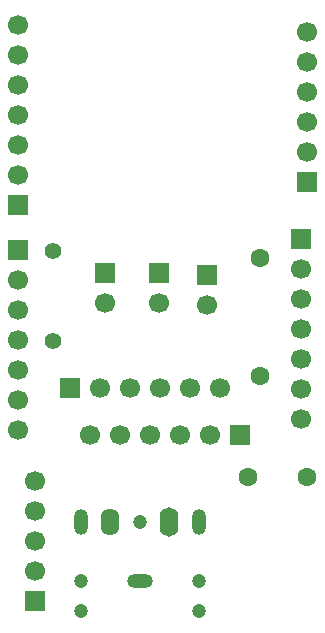
<source format=gbr>
%TF.GenerationSoftware,KiCad,Pcbnew,9.0.7*%
%TF.CreationDate,2026-02-12T01:51:18+01:00*%
%TF.ProjectId,ESP_catphones,4553505f-6361-4747-9068-6f6e65732e6b,rev?*%
%TF.SameCoordinates,Original*%
%TF.FileFunction,Soldermask,Bot*%
%TF.FilePolarity,Negative*%
%FSLAX46Y46*%
G04 Gerber Fmt 4.6, Leading zero omitted, Abs format (unit mm)*
G04 Created by KiCad (PCBNEW 9.0.7) date 2026-02-12 01:51:18*
%MOMM*%
%LPD*%
G01*
G04 APERTURE LIST*
%ADD10O,1.600000X2.500000*%
%ADD11O,1.200000X2.200000*%
%ADD12O,2.200000X1.200000*%
%ADD13O,1.600000X2.300000*%
%ADD14C,1.200000*%
%ADD15C,1.700000*%
%ADD16R,1.700000X1.700000*%
%ADD17C,1.600000*%
%ADD18C,1.400000*%
G04 APERTURE END LIST*
D10*
%TO.C,J10*%
X27835413Y-60369717D03*
D11*
X30335413Y-60369717D03*
D12*
X25335413Y-65369717D03*
D13*
X22835413Y-60369717D03*
D11*
X20335413Y-60369717D03*
D14*
X30335413Y-67869717D03*
X30335413Y-65369717D03*
X25335413Y-60369717D03*
X20335413Y-67869717D03*
X20335413Y-65369717D03*
%TD*%
D15*
%TO.C,J8*%
X39500000Y-18840000D03*
X39500000Y-21380000D03*
X39500000Y-23920000D03*
X39500000Y-26460000D03*
X39500000Y-29000000D03*
D16*
X39500000Y-31540000D03*
%TD*%
D15*
%TO.C,J7*%
X15000000Y-52580000D03*
X15000000Y-50040000D03*
X15000000Y-47500000D03*
X15000000Y-44960000D03*
X15000000Y-42420000D03*
X15000000Y-39880000D03*
D16*
X15000000Y-37340000D03*
%TD*%
%TO.C,J2*%
X31000000Y-39460000D03*
D15*
X31000000Y-42000000D03*
%TD*%
D17*
%TO.C,C1*%
X35500000Y-48000000D03*
X35500000Y-38000000D03*
%TD*%
D16*
%TO.C,J4*%
X26960000Y-39250000D03*
D15*
X26960000Y-41790000D03*
%TD*%
D16*
%TO.C,J6*%
X39000000Y-36420000D03*
D15*
X39000000Y-38960000D03*
X39000000Y-41500000D03*
X39000000Y-44040000D03*
X39000000Y-46580000D03*
X39000000Y-49120000D03*
X39000000Y-51660000D03*
%TD*%
D16*
%TO.C,J5*%
X19380000Y-49000000D03*
D15*
X21920000Y-49000000D03*
X24460000Y-49000000D03*
X27000000Y-49000000D03*
X29540000Y-49000000D03*
X32080000Y-49000000D03*
%TD*%
D18*
%TO.C,R1*%
X18000000Y-45000000D03*
X18000000Y-37380000D03*
%TD*%
D16*
%TO.C,J3*%
X22370000Y-39250000D03*
D15*
X22370000Y-41790000D03*
%TD*%
D16*
%TO.C,J9*%
X15000000Y-33500000D03*
D15*
X15000000Y-30960000D03*
X15000000Y-28420000D03*
X15000000Y-25880000D03*
X15000000Y-23340000D03*
X15000000Y-20800000D03*
X15000000Y-18260000D03*
%TD*%
D16*
%TO.C,J1*%
X33850000Y-53000000D03*
D15*
X31310000Y-53000000D03*
X28770000Y-53000000D03*
X26230000Y-53000000D03*
X23690000Y-53000000D03*
X21150000Y-53000000D03*
%TD*%
D17*
%TO.C,C2*%
X34500000Y-56500000D03*
X39500000Y-56500000D03*
%TD*%
D16*
%TO.C,J11*%
X16500000Y-67040000D03*
D15*
X16500000Y-64500000D03*
X16500000Y-61960000D03*
X16500000Y-59420000D03*
X16500000Y-56880000D03*
%TD*%
M02*

</source>
